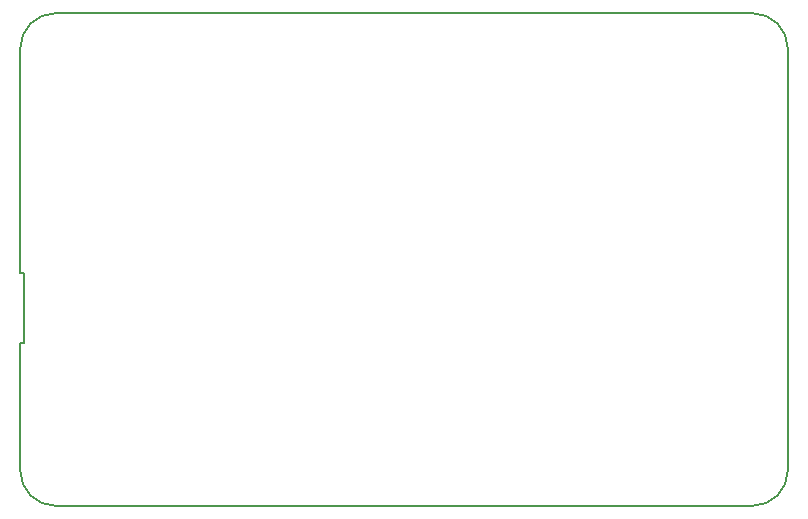
<source format=gm1>
G04 #@! TF.GenerationSoftware,KiCad,Pcbnew,(5.1.4-0-10_14)*
G04 #@! TF.CreationDate,2020-05-16T17:54:32+09:00*
G04 #@! TF.ProjectId,scsiemu,73637369-656d-4752-9e6b-696361645f70,rev?*
G04 #@! TF.SameCoordinates,Original*
G04 #@! TF.FileFunction,Profile,NP*
%FSLAX46Y46*%
G04 Gerber Fmt 4.6, Leading zero omitted, Abs format (unit mm)*
G04 Created by KiCad (PCBNEW (5.1.4-0-10_14)) date 2020-05-16 17:54:32*
%MOMM*%
%LPD*%
G04 APERTURE LIST*
%ADD10C,0.150000*%
G04 APERTURE END LIST*
D10*
X102800000Y-90800000D02*
X102500000Y-90800000D01*
X102800000Y-96700000D02*
X102800000Y-90800000D01*
X102500000Y-96700000D02*
X102800000Y-96700000D01*
X102500000Y-71800000D02*
X102500000Y-90800000D01*
X102500000Y-107500000D02*
X102500000Y-96700000D01*
X164500000Y-110500000D02*
X105500000Y-110500000D01*
X167500000Y-71800000D02*
X167500000Y-107500000D01*
X105500000Y-68800000D02*
X164500000Y-68800000D01*
X105500000Y-110500000D02*
G75*
G02X102500000Y-107500000I0J3000000D01*
G01*
X167500000Y-107500000D02*
G75*
G02X164500000Y-110500000I-3000000J0D01*
G01*
X102500000Y-71800000D02*
G75*
G02X105500000Y-68800000I3000000J0D01*
G01*
X164500000Y-68800000D02*
G75*
G02X167500000Y-71800000I0J-3000000D01*
G01*
M02*

</source>
